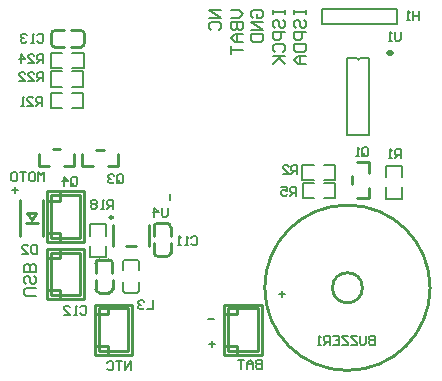
<source format=gbo>
G04*
G04 #@! TF.GenerationSoftware,Altium Limited,Altium Designer,20.0.2 (26)*
G04*
G04 Layer_Color=32896*
%FSLAX25Y25*%
%MOIN*%
G70*
G01*
G75*
%ADD10C,0.01000*%
%ADD12C,0.00600*%
%ADD13C,0.00598*%
%ADD15C,0.00800*%
%ADD54C,0.02000*%
%ADD79C,0.00787*%
%ADD80C,0.00591*%
D10*
X34900Y53934D02*
G03*
X34900Y53934I-500J0D01*
G01*
X118099Y30500D02*
G03*
X118099Y30500I-5000J0D01*
G01*
X140659D02*
G03*
X140659Y30500I-27559J0D01*
G01*
X52976Y40947D02*
G03*
X54195Y42167I0J1220D01*
G01*
X48606D02*
G03*
X49826Y40947I1220J0D01*
G01*
X54172Y50733D02*
G03*
X52953Y51953I-1220J0D01*
G01*
X49803D02*
G03*
X48583Y50733I0J-1220D01*
G01*
X30403Y39834D02*
G03*
X29183Y38614I0J-1220D01*
G01*
X34773D02*
G03*
X33553Y39834I-1220J0D01*
G01*
X29206Y30047D02*
G03*
X30426Y28828I1220J0D01*
G01*
X33576D02*
G03*
X34795Y30047I0J1220D01*
G01*
X14411Y111903D02*
G03*
X15631Y110683I1220J0D01*
G01*
Y116272D02*
G03*
X14411Y115053I0J-1220D01*
G01*
X24197Y110706D02*
G03*
X25417Y111926I0J1220D01*
G01*
Y115076D02*
G03*
X24197Y116295I-1220J0D01*
G01*
X29026Y21664D02*
X33357Y21657D01*
Y24420D01*
X29026Y11027D02*
X33357Y11034D01*
Y8271D02*
Y11034D01*
X41430Y8173D02*
Y24905D01*
X28829D02*
X41428D01*
X28830Y8173D02*
Y24905D01*
X28829Y8173D02*
X41428D01*
X30207Y9452D02*
X40050D01*
X30207D02*
Y23626D01*
X40050D01*
Y9452D02*
Y23626D01*
X34797Y44390D02*
Y51477D01*
X39325Y44390D02*
X42475D01*
X47002D02*
Y51477D01*
X5800Y52133D02*
X9800D01*
X3863Y47828D02*
Y59639D01*
X6200Y55333D02*
X7800Y53033D01*
X6200Y55333D02*
X9400D01*
X7800Y53033D02*
X9400Y55333D01*
X11737Y47828D02*
Y59639D01*
X24050Y47174D02*
Y61348D01*
X14207D02*
X24050D01*
X14207Y47174D02*
Y61348D01*
Y47174D02*
X24050D01*
X12829Y45895D02*
X25428D01*
X12830D02*
Y62627D01*
X12829D02*
X25428D01*
X25430Y45895D02*
Y62627D01*
X17357Y45993D02*
Y48756D01*
X13026Y48749D02*
X17357Y48756D01*
Y59379D02*
Y62142D01*
X13026Y59386D02*
X17357Y59379D01*
X116325Y60495D02*
X120263D01*
Y63897D01*
X114751Y65164D02*
Y67637D01*
X116325Y72306D02*
X120263D01*
Y68904D02*
Y72306D01*
X54172Y47583D02*
Y50733D01*
X49803Y51953D02*
X52953D01*
X48583Y47583D02*
Y50733D01*
X54195Y42167D02*
Y45316D01*
X48606Y42167D02*
Y45316D01*
X49826Y40947D02*
X52976D01*
X72126Y21664D02*
X76457Y21657D01*
Y24420D01*
X72126Y11027D02*
X76457Y11034D01*
Y8271D02*
Y11034D01*
X84530Y8173D02*
Y24905D01*
X71929D02*
X84528D01*
X71930Y8173D02*
Y24905D01*
X71929Y8173D02*
X84528D01*
X73307Y9452D02*
X83150D01*
X73307D02*
Y23626D01*
X83150D01*
Y9452D02*
Y23626D01*
X33147Y71044D02*
X36549D01*
Y74981D01*
X29407Y76556D02*
X31880D01*
X24738Y71044D02*
X28140D01*
X24738D02*
Y74981D01*
X13026Y40264D02*
X17357Y40257D01*
Y43020D01*
X13026Y29627D02*
X17357Y29634D01*
Y26871D02*
Y29634D01*
X25430Y26773D02*
Y43505D01*
X12829D02*
X25428D01*
X12830Y26773D02*
Y43505D01*
X12829Y26773D02*
X25428D01*
X14207Y28052D02*
X24050D01*
X14207D02*
Y42226D01*
X24050D01*
Y28052D02*
Y42226D01*
X30426Y28828D02*
X33576D01*
X29206Y30047D02*
Y33197D01*
X34795Y30047D02*
Y33197D01*
X29183Y35464D02*
Y38614D01*
X30403Y39833D02*
X33553D01*
X34772Y35464D02*
Y38614D01*
X25417Y111926D02*
Y115076D01*
X21048Y110706D02*
X24197D01*
X21048Y116295D02*
X24197D01*
X15631Y110683D02*
X18781D01*
X14411Y111903D02*
Y115053D01*
X15631Y116272D02*
X18781D01*
X10138Y71144D02*
Y75081D01*
Y71144D02*
X13540D01*
X14807Y76656D02*
X17280D01*
X21949Y71144D02*
Y75081D01*
X18547Y71144D02*
X21949D01*
D12*
X14202Y90358D02*
X17977D01*
X14202D02*
Y95560D01*
X17977D01*
X21333Y90358D02*
X25108D01*
Y95560D01*
X21333D02*
X25108D01*
X32601Y40747D02*
Y44522D01*
X27399Y40747D02*
X32601D01*
X27399D02*
Y44522D01*
X32601Y47878D02*
Y51653D01*
X27399D02*
X32601D01*
X27399Y47878D02*
Y51653D01*
X126099Y67313D02*
Y71088D01*
X131301D01*
Y67313D02*
Y71088D01*
X126099Y60181D02*
Y63956D01*
Y60181D02*
X131301D01*
Y63956D01*
X38263Y39307D02*
X38863Y39907D01*
X42865D01*
X43464Y39307D01*
X42865Y28746D02*
X43464Y29346D01*
X38863Y28746D02*
X42865D01*
X38263Y29346D02*
X38863Y28746D01*
X105244Y71501D02*
X109019D01*
Y66299D02*
Y71501D01*
X105244Y66299D02*
X109019D01*
X98112Y71501D02*
X101888D01*
X98112Y66299D02*
Y71501D01*
Y66299D02*
X101888D01*
X105285Y65501D02*
X109060D01*
Y60300D02*
Y65501D01*
X105285Y60300D02*
X109060D01*
X98154Y65501D02*
X101929D01*
X98154Y60300D02*
Y65501D01*
Y60300D02*
X101929D01*
X21333Y102701D02*
X25108D01*
Y97499D02*
Y102701D01*
X21333Y97499D02*
X25108D01*
X14202Y102701D02*
X17977D01*
X14202Y97499D02*
Y102701D01*
Y97499D02*
X17977D01*
X21378Y108801D02*
X25153D01*
Y103599D02*
Y108801D01*
X21378Y103599D02*
X25153D01*
X14247Y108801D02*
X18022D01*
X14247Y103599D02*
Y108801D01*
Y103599D02*
X18022D01*
X90400Y28400D02*
X92399D01*
X91400Y27401D02*
Y29400D01*
X41100Y3000D02*
Y5999D01*
X39101Y3000D01*
Y5999D01*
X38101D02*
X36102D01*
X37101D01*
Y3000D01*
X33103Y5499D02*
X33602Y5999D01*
X34602D01*
X35102Y5499D01*
Y3500D01*
X34602Y3000D01*
X33602D01*
X33103Y3500D01*
X12100Y66000D02*
Y68999D01*
X11100Y67999D01*
X10101Y68999D01*
Y66000D01*
X7601Y68999D02*
X8601D01*
X9101Y68499D01*
Y66500D01*
X8601Y66000D01*
X7601D01*
X7102Y66500D01*
Y68499D01*
X7601Y68999D01*
X6102D02*
X4103D01*
X5102D01*
Y66000D01*
X1603Y68999D02*
X2603D01*
X3103Y68499D01*
Y66500D01*
X2603Y66000D01*
X1603D01*
X1104Y66500D01*
Y68499D01*
X1603Y68999D01*
X2300Y62100D02*
Y64099D01*
X3299Y63100D02*
X1300D01*
X53799Y59900D02*
Y61899D01*
X9199Y27700D02*
X5866D01*
X5200Y28366D01*
Y29699D01*
X5866Y30366D01*
X9199D01*
X8532Y34365D02*
X9199Y33698D01*
Y32365D01*
X8532Y31699D01*
X7866D01*
X7199Y32365D01*
Y33698D01*
X6533Y34365D01*
X5866D01*
X5200Y33698D01*
Y32365D01*
X5866Y31699D01*
X9199Y35697D02*
X5200D01*
Y37697D01*
X5866Y38363D01*
X6533D01*
X7199Y37697D01*
Y35697D01*
Y37697D01*
X7866Y38363D01*
X8532D01*
X9199Y37697D01*
Y35697D01*
X68700Y19999D02*
X66701D01*
X68900Y11900D02*
X66901D01*
X67900Y12899D02*
Y10900D01*
X84500Y6499D02*
Y3500D01*
X83000D01*
X82501Y4000D01*
Y4500D01*
X83000Y5000D01*
X84500D01*
X83000D01*
X82501Y5499D01*
Y5999D01*
X83000Y6499D01*
X84500D01*
X81501Y3500D02*
Y5499D01*
X80501Y6499D01*
X79502Y5499D01*
Y3500D01*
Y5000D01*
X81501D01*
X78502Y6499D02*
X76503D01*
X77502D01*
Y3500D01*
X9700Y44899D02*
Y41900D01*
X8201D01*
X7701Y42400D01*
Y44399D01*
X8201Y44899D01*
X9700D01*
X4702Y41900D02*
X6701D01*
X4702Y43899D01*
Y44399D01*
X5201Y44899D01*
X6201D01*
X6701Y44399D01*
X11399Y91101D02*
Y94099D01*
X9899D01*
X9399Y93600D01*
Y92600D01*
X9899Y92100D01*
X11399D01*
X10399D02*
X9399Y91101D01*
X6401D02*
X8400D01*
X6401Y93100D01*
Y93600D01*
X6900Y94099D01*
X7900D01*
X8400Y93600D01*
X5401Y91101D02*
X4401D01*
X4901D01*
Y94099D01*
X5401Y93600D01*
X53200Y57099D02*
Y54600D01*
X52700Y54100D01*
X51701D01*
X51201Y54600D01*
Y57099D01*
X48701Y54100D02*
Y57099D01*
X50201Y55599D01*
X48202D01*
X61001Y47199D02*
X61501Y47699D01*
X62500D01*
X63000Y47199D01*
Y45200D01*
X62500Y44700D01*
X61501D01*
X61001Y45200D01*
X60001Y44700D02*
X59001D01*
X59501D01*
Y47699D01*
X60001Y47199D01*
X57502Y44700D02*
X56502D01*
X57002D01*
Y47699D01*
X57502Y47199D01*
X122200Y14499D02*
Y11500D01*
X120701D01*
X120201Y12000D01*
Y12500D01*
X120701Y13000D01*
X122200D01*
X120701D01*
X120201Y13499D01*
Y13999D01*
X120701Y14499D01*
X122200D01*
X119201D02*
Y12000D01*
X118701Y11500D01*
X117701D01*
X117202Y12000D01*
Y14499D01*
X116202D02*
X114203D01*
Y13999D01*
X116202Y12000D01*
Y11500D01*
X114203D01*
X113203Y14499D02*
X111204D01*
Y13999D01*
X113203Y12000D01*
Y11500D01*
X111204D01*
X108204Y14499D02*
X110204D01*
Y11500D01*
X108204D01*
X110204Y13000D02*
X109204D01*
X107205Y11500D02*
Y14499D01*
X105705D01*
X105206Y13999D01*
Y13000D01*
X105705Y12500D01*
X107205D01*
X106205D02*
X105206Y11500D01*
X104206D02*
X103206D01*
X103706D01*
Y14499D01*
X104206Y13999D01*
X136800Y122699D02*
Y119700D01*
Y121200D01*
X134801D01*
Y122699D01*
Y119700D01*
X133801D02*
X132801D01*
X133301D01*
Y122699D01*
X133801Y122199D01*
X24101Y23999D02*
X24600Y24499D01*
X25600D01*
X26100Y23999D01*
Y22000D01*
X25600Y21500D01*
X24600D01*
X24101Y22000D01*
X23101Y21500D02*
X22101D01*
X22601D01*
Y24499D01*
X23101Y23999D01*
X18602Y21500D02*
X20602D01*
X18602Y23499D01*
Y23999D01*
X19102Y24499D01*
X20102D01*
X20602Y23999D01*
X9701Y114699D02*
X10200Y115199D01*
X11200D01*
X11700Y114699D01*
Y112700D01*
X11200Y112200D01*
X10200D01*
X9701Y112700D01*
X8701Y112200D02*
X7701D01*
X8201D01*
Y115199D01*
X8701Y114699D01*
X6202D02*
X5702Y115199D01*
X4702D01*
X4202Y114699D01*
Y114199D01*
X4702Y113699D01*
X5202D01*
X4702D01*
X4202Y113200D01*
Y112700D01*
X4702Y112200D01*
X5702D01*
X6202Y112700D01*
X48300Y26399D02*
Y23400D01*
X46301D01*
X45301Y25899D02*
X44801Y26399D01*
X43801D01*
X43302Y25899D01*
Y25399D01*
X43801Y24900D01*
X44301D01*
X43801D01*
X43302Y24400D01*
Y23900D01*
X43801Y23400D01*
X44801D01*
X45301Y23900D01*
X118001Y74800D02*
Y76799D01*
X118500Y77299D01*
X119500D01*
X120000Y76799D01*
Y74800D01*
X119500Y74300D01*
X118500D01*
X119000Y75300D02*
X118001Y74300D01*
X118500D02*
X118001Y74800D01*
X117001Y74300D02*
X116001D01*
X116501D01*
Y77299D01*
X117001Y76799D01*
X21101Y65000D02*
Y66999D01*
X21600Y67499D01*
X22600D01*
X23100Y66999D01*
Y65000D01*
X22600Y64500D01*
X21600D01*
X22100Y65500D02*
X21101Y64500D01*
X21600D02*
X21101Y65000D01*
X18601Y64500D02*
Y67499D01*
X20101Y66000D01*
X18102D01*
X36401Y65800D02*
Y67799D01*
X36900Y68299D01*
X37900D01*
X38400Y67799D01*
Y65800D01*
X37900Y65300D01*
X36900D01*
X37400Y66300D02*
X36401Y65300D01*
X36900D02*
X36401Y65800D01*
X35401Y67799D02*
X34901Y68299D01*
X33901D01*
X33402Y67799D01*
Y67299D01*
X33901Y66799D01*
X34401D01*
X33901D01*
X33402Y66300D01*
Y65800D01*
X33901Y65300D01*
X34901D01*
X35401Y65800D01*
X130900Y73700D02*
Y76699D01*
X129401D01*
X128901Y76199D01*
Y75200D01*
X129401Y74700D01*
X130900D01*
X129900D02*
X128901Y73700D01*
X127901D02*
X126901D01*
X127401D01*
Y76699D01*
X127901Y76199D01*
X96459Y68400D02*
Y71399D01*
X94959D01*
X94459Y70899D01*
Y69899D01*
X94959Y69399D01*
X96459D01*
X95459D02*
X94459Y68400D01*
X91460D02*
X93460D01*
X91460Y70399D01*
Y70899D01*
X91960Y71399D01*
X92960D01*
X93460Y70899D01*
X96000Y61100D02*
Y64099D01*
X94500D01*
X94001Y63599D01*
Y62599D01*
X94500Y62100D01*
X96000D01*
X95000D02*
X94001Y61100D01*
X91002Y64099D02*
X93001D01*
Y62599D01*
X92001Y63099D01*
X91501D01*
X91002Y62599D01*
Y61600D01*
X91501Y61100D01*
X92501D01*
X93001Y61600D01*
X35100Y56900D02*
Y59899D01*
X33601D01*
X33101Y59399D01*
Y58399D01*
X33601Y57900D01*
X35100D01*
X34100D02*
X33101Y56900D01*
X32101D02*
X31101D01*
X31601D01*
Y59899D01*
X32101Y59399D01*
X29602D02*
X29102Y59899D01*
X28102D01*
X27602Y59399D01*
Y58899D01*
X28102Y58399D01*
X27602Y57900D01*
Y57400D01*
X28102Y56900D01*
X29102D01*
X29602Y57400D01*
Y57900D01*
X29102Y58399D01*
X29602Y58899D01*
Y59399D01*
X29102Y58399D02*
X28102D01*
X11700Y99400D02*
Y102399D01*
X10200D01*
X9701Y101899D01*
Y100900D01*
X10200Y100400D01*
X11700D01*
X10700D02*
X9701Y99400D01*
X6702D02*
X8701D01*
X6702Y101399D01*
Y101899D01*
X7201Y102399D01*
X8201D01*
X8701Y101899D01*
X3703Y99400D02*
X5702D01*
X3703Y101399D01*
Y101899D01*
X4202Y102399D01*
X5202D01*
X5702Y101899D01*
X11700Y105400D02*
Y108399D01*
X10200D01*
X9701Y107899D01*
Y106899D01*
X10200Y106400D01*
X11700D01*
X10700D02*
X9701Y105400D01*
X6702D02*
X8701D01*
X6702Y107399D01*
Y107899D01*
X7201Y108399D01*
X8201D01*
X8701Y107899D01*
X4202Y105400D02*
Y108399D01*
X5702Y106899D01*
X3703D01*
X130890Y115803D02*
Y113304D01*
X130390Y112804D01*
X129391D01*
X128891Y113304D01*
Y115803D01*
X127891Y112804D02*
X126892D01*
X127391D01*
Y115803D01*
X127891Y115303D01*
D13*
X38263Y36307D02*
Y39307D01*
Y29346D02*
Y32346D01*
X43464Y29346D02*
Y32346D01*
Y36307D02*
Y39307D01*
D15*
X74401Y123000D02*
X77067D01*
X78400Y121667D01*
X77067Y120334D01*
X74401D01*
Y119001D02*
X78400D01*
Y117002D01*
X77734Y116335D01*
X77067D01*
X76401Y117002D01*
Y119001D01*
Y117002D01*
X75734Y116335D01*
X75068D01*
X74401Y117002D01*
Y119001D01*
X78400Y115003D02*
X75734D01*
X74401Y113670D01*
X75734Y112337D01*
X78400D01*
X76401D01*
Y115003D01*
X74401Y111004D02*
Y108338D01*
Y109671D01*
X78400D01*
X95201Y123000D02*
Y121667D01*
Y122334D01*
X99200D01*
Y123000D01*
Y121667D01*
X95868Y117002D02*
X95201Y117668D01*
Y119001D01*
X95868Y119668D01*
X96534D01*
X97201Y119001D01*
Y117668D01*
X97867Y117002D01*
X98534D01*
X99200Y117668D01*
Y119001D01*
X98534Y119668D01*
X99200Y115669D02*
X95201D01*
Y113670D01*
X95868Y113003D01*
X97201D01*
X97867Y113670D01*
Y115669D01*
X95201Y111670D02*
X99200D01*
Y109671D01*
X98534Y109004D01*
X95868D01*
X95201Y109671D01*
Y111670D01*
X99200Y107672D02*
X96534D01*
X95201Y106339D01*
X96534Y105006D01*
X99200D01*
X97201D01*
Y107672D01*
X88201Y123000D02*
Y121667D01*
Y122334D01*
X92200D01*
Y123000D01*
Y121667D01*
X88868Y117002D02*
X88201Y117668D01*
Y119001D01*
X88868Y119668D01*
X89534D01*
X90201Y119001D01*
Y117668D01*
X90867Y117002D01*
X91534D01*
X92200Y117668D01*
Y119001D01*
X91534Y119668D01*
X92200Y115669D02*
X88201D01*
Y113670D01*
X88868Y113003D01*
X90201D01*
X90867Y113670D01*
Y115669D01*
X88868Y109004D02*
X88201Y109671D01*
Y111004D01*
X88868Y111670D01*
X91534D01*
X92200Y111004D01*
Y109671D01*
X91534Y109004D01*
X88201Y107672D02*
X92200D01*
X90867D01*
X88201Y105006D01*
X90201Y107005D01*
X92200Y105006D01*
X81768Y120334D02*
X81101Y121001D01*
Y122334D01*
X81768Y123000D01*
X84434D01*
X85100Y122334D01*
Y121001D01*
X84434Y120334D01*
X83101D01*
Y121667D01*
X85100Y119001D02*
X81101D01*
X85100Y116335D01*
X81101D01*
Y115003D02*
X85100D01*
Y113003D01*
X84434Y112337D01*
X81768D01*
X81101Y113003D01*
Y115003D01*
X71000Y123000D02*
X67001D01*
X71000Y120334D01*
X67001D01*
X67668Y116335D02*
X67001Y117002D01*
Y118335D01*
X67668Y119001D01*
X70334D01*
X71000Y118335D01*
Y117002D01*
X70334Y116335D01*
D54*
X127040Y108754D02*
X127540D01*
D79*
X116074Y107034D02*
G03*
X117353Y107034I640J0D01*
G01*
X113111D02*
X116074D01*
X113111Y81443D02*
Y107034D01*
Y81443D02*
X120316D01*
Y107034D01*
X117353D02*
X120316D01*
D80*
X104534Y118300D02*
X129534D01*
X104534D02*
Y123300D01*
X129534D01*
Y118300D02*
Y123300D01*
M02*

</source>
